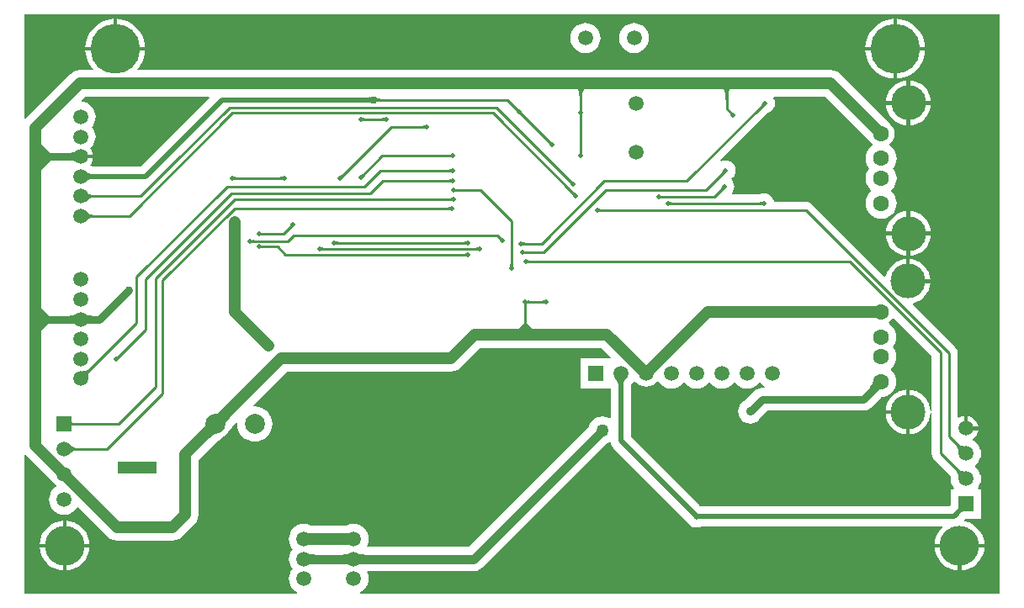
<source format=gbl>
G04 Layer_Physical_Order=2*
G04 Layer_Color=16711680*
%FSLAX25Y25*%
%MOIN*%
G70*
G01*
G75*
%ADD32C,0.03500*%
%ADD33C,0.03000*%
%ADD34C,0.04500*%
%ADD35C,0.01000*%
%ADD36C,0.02000*%
%ADD37C,0.05906*%
%ADD38C,0.13780*%
%ADD39C,0.06299*%
%ADD40R,0.15354X0.04724*%
%ADD41R,0.04724X0.13780*%
%ADD42C,0.07874*%
%ADD43R,0.05906X0.05906*%
%ADD44R,0.05906X0.05906*%
%ADD45C,0.03937*%
%ADD46C,0.15748*%
%ADD47C,0.02000*%
%ADD48C,0.19685*%
%ADD49C,0.03500*%
%ADD50C,0.04000*%
%ADD51C,0.03000*%
%ADD52C,0.05000*%
%ADD53C,0.04500*%
%ADD54C,0.02500*%
G36*
X-13464Y21300D02*
X-13507Y21338D01*
X-13557Y21372D01*
X-13614Y21402D01*
X-13679Y21428D01*
X-13750Y21450D01*
X-13829Y21468D01*
X-13915Y21482D01*
X-14008Y21492D01*
X-14216Y21500D01*
Y22500D01*
X-14108Y22502D01*
X-13915Y22518D01*
X-13829Y22532D01*
X-13750Y22550D01*
X-13679Y22572D01*
X-13614Y22598D01*
X-13557Y22628D01*
X-13507Y22662D01*
X-13464Y22700D01*
Y21300D01*
D02*
G37*
G36*
X-75493Y22662D02*
X-75443Y22628D01*
X-75386Y22598D01*
X-75322Y22572D01*
X-75250Y22550D01*
X-75171Y22532D01*
X-75085Y22518D01*
X-74992Y22508D01*
X-74784Y22500D01*
Y21500D01*
X-74892Y21498D01*
X-75085Y21482D01*
X-75171Y21468D01*
X-75250Y21450D01*
X-75322Y21428D01*
X-75386Y21402D01*
X-75443Y21372D01*
X-75493Y21338D01*
X-75536Y21300D01*
Y22700D01*
X-75493Y22662D01*
D02*
G37*
G36*
X-99493Y23412D02*
X-99443Y23378D01*
X-99386Y23348D01*
X-99322Y23322D01*
X-99250Y23300D01*
X-99171Y23282D01*
X-99085Y23268D01*
X-98992Y23258D01*
X-98784Y23250D01*
Y22250D01*
X-98892Y22248D01*
X-99085Y22232D01*
X-99171Y22218D01*
X-99250Y22200D01*
X-99322Y22178D01*
X-99386Y22152D01*
X-99443Y22122D01*
X-99493Y22088D01*
X-99536Y22050D01*
Y23450D01*
X-99493Y23412D01*
D02*
G37*
G36*
X-69743Y24912D02*
X-69693Y24878D01*
X-69636Y24848D01*
X-69572Y24822D01*
X-69500Y24800D01*
X-69421Y24782D01*
X-69335Y24768D01*
X-69242Y24758D01*
X-69034Y24750D01*
Y23750D01*
X-69142Y23748D01*
X-69335Y23732D01*
X-69421Y23718D01*
X-69500Y23700D01*
X-69572Y23678D01*
X-69636Y23652D01*
X-69693Y23622D01*
X-69743Y23588D01*
X-69786Y23550D01*
Y24950D01*
X-69743Y24912D01*
D02*
G37*
G36*
X4257Y24662D02*
X4307Y24628D01*
X4364Y24598D01*
X4428Y24572D01*
X4500Y24550D01*
X4579Y24532D01*
X4665Y24518D01*
X4758Y24508D01*
X4966Y24500D01*
Y23500D01*
X4858Y23498D01*
X4665Y23482D01*
X4579Y23468D01*
X4500Y23450D01*
X4428Y23428D01*
X4364Y23402D01*
X4307Y23372D01*
X4257Y23338D01*
X4214Y23300D01*
Y24700D01*
X4257Y24662D01*
D02*
G37*
G36*
X5007Y21162D02*
X5057Y21128D01*
X5114Y21098D01*
X5178Y21072D01*
X5250Y21050D01*
X5329Y21032D01*
X5415Y21018D01*
X5508Y21008D01*
X5716Y21000D01*
Y20000D01*
X5608Y19998D01*
X5415Y19982D01*
X5329Y19968D01*
X5250Y19950D01*
X5178Y19928D01*
X5114Y19902D01*
X5057Y19872D01*
X5007Y19838D01*
X4964Y19800D01*
Y21200D01*
X5007Y21162D01*
D02*
G37*
G36*
X12786Y300D02*
X12743Y338D01*
X12693Y372D01*
X12636Y402D01*
X12572Y428D01*
X12500Y450D01*
X12421Y468D01*
X12335Y482D01*
X12242Y492D01*
X12034Y500D01*
Y1500D01*
X12141Y1502D01*
X12335Y1518D01*
X12421Y1532D01*
X12500Y1550D01*
X12572Y1572D01*
X12636Y1598D01*
X12693Y1628D01*
X12743Y1662D01*
X12786Y1700D01*
Y300D01*
D02*
G37*
G36*
X6007Y1662D02*
X6057Y1628D01*
X6114Y1598D01*
X6179Y1572D01*
X6250Y1550D01*
X6329Y1532D01*
X6415Y1518D01*
X6508Y1508D01*
X6716Y1500D01*
Y500D01*
X6609Y498D01*
X6415Y482D01*
X6329Y468D01*
X6250Y450D01*
X6179Y428D01*
X6114Y402D01*
X6057Y372D01*
X6007Y338D01*
X5964Y300D01*
Y1700D01*
X6007Y1662D01*
D02*
G37*
G36*
X252Y15608D02*
X268Y15415D01*
X282Y15329D01*
X300Y15250D01*
X322Y15179D01*
X348Y15114D01*
X378Y15057D01*
X412Y15007D01*
X450Y14964D01*
X-950D01*
X-912Y15007D01*
X-878Y15057D01*
X-848Y15114D01*
X-822Y15179D01*
X-800Y15250D01*
X-782Y15329D01*
X-768Y15415D01*
X-758Y15508D01*
X-750Y15716D01*
X250D01*
X252Y15608D01*
D02*
G37*
G36*
X-18214Y18800D02*
X-18257Y18838D01*
X-18307Y18872D01*
X-18364Y18902D01*
X-18428Y18928D01*
X-18500Y18950D01*
X-18579Y18968D01*
X-18665Y18982D01*
X-18758Y18992D01*
X-18966Y19000D01*
Y20000D01*
X-18858Y20002D01*
X-18665Y20018D01*
X-18579Y20032D01*
X-18500Y20050D01*
X-18428Y20072D01*
X-18364Y20098D01*
X-18307Y20128D01*
X-18257Y20162D01*
X-18214Y20200D01*
Y18800D01*
D02*
G37*
G36*
X6257Y17412D02*
X6307Y17378D01*
X6364Y17348D01*
X6429Y17322D01*
X6500Y17300D01*
X6579Y17282D01*
X6665Y17268D01*
X6758Y17258D01*
X6966Y17250D01*
Y16250D01*
X6859Y16248D01*
X6665Y16232D01*
X6579Y16218D01*
X6500Y16200D01*
X6429Y16178D01*
X6364Y16152D01*
X6307Y16122D01*
X6257Y16088D01*
X6214Y16050D01*
Y17450D01*
X6257Y17412D01*
D02*
G37*
G36*
X34507Y37835D02*
X34557Y37801D01*
X34614Y37771D01*
X34679Y37745D01*
X34750Y37723D01*
X34829Y37705D01*
X34915Y37691D01*
X35008Y37681D01*
X35216Y37673D01*
Y36673D01*
X35108Y36671D01*
X34915Y36655D01*
X34829Y36641D01*
X34750Y36623D01*
X34679Y36601D01*
X34614Y36575D01*
X34557Y36545D01*
X34507Y36511D01*
X34464Y36473D01*
Y37873D01*
X34507Y37835D01*
D02*
G37*
G36*
X193220Y-114720D02*
X-60063D01*
X-60188Y-114220D01*
X-59492Y-113847D01*
X-58585Y-113104D01*
X-57841Y-112197D01*
X-57289Y-111163D01*
X-56948Y-110041D01*
X-56833Y-108874D01*
X-56948Y-107707D01*
X-57289Y-106585D01*
X-57484Y-106220D01*
X-57227Y-105791D01*
X-15250D01*
X-14010Y-105628D01*
X-12855Y-105149D01*
X-11862Y-104388D01*
X37117Y-55409D01*
X37139Y-55406D01*
X38476Y-54852D01*
X38596Y-54760D01*
X39058Y-54951D01*
X39103Y-55294D01*
X39506Y-56267D01*
X40147Y-57103D01*
X69182Y-86137D01*
X69288Y-86393D01*
X69969Y-87281D01*
X70857Y-87962D01*
X71890Y-88391D01*
X73000Y-88537D01*
X74110Y-88391D01*
X74969Y-88034D01*
X170345D01*
X170513Y-88505D01*
X170234Y-88734D01*
X169000Y-90238D01*
X168084Y-91953D01*
X167519Y-93814D01*
X167402Y-95000D01*
X187098D01*
X186981Y-93814D01*
X186416Y-91953D01*
X185500Y-90238D01*
X184266Y-88734D01*
X182762Y-87500D01*
X181047Y-86584D01*
X179346Y-86067D01*
X179234Y-85881D01*
X179192Y-85715D01*
X179196Y-85541D01*
X179572Y-85208D01*
X179638Y-85217D01*
X179743Y-85203D01*
X185703D01*
Y-73297D01*
X184714D01*
X184500Y-72845D01*
X184723Y-72573D01*
X185276Y-71539D01*
X185617Y-70417D01*
X185731Y-69250D01*
X185617Y-68083D01*
X185276Y-66961D01*
X184723Y-65927D01*
X183980Y-65020D01*
X183435Y-64573D01*
Y-63927D01*
X183980Y-63480D01*
X184723Y-62573D01*
X185276Y-61539D01*
X185617Y-60417D01*
X185731Y-59250D01*
X185617Y-58083D01*
X185276Y-56961D01*
X184723Y-55927D01*
X183980Y-55020D01*
X183073Y-54277D01*
X182521Y-53981D01*
X182484Y-53395D01*
X183282Y-52782D01*
X184076Y-51748D01*
X184575Y-50543D01*
X184647Y-50000D01*
X179750D01*
Y-49250D01*
X179000D01*
Y-44353D01*
X178457Y-44425D01*
X177252Y-44924D01*
X176979Y-45134D01*
X176530Y-44913D01*
Y-19500D01*
X176410Y-18586D01*
X176057Y-17735D01*
X175496Y-17004D01*
X158682Y-189D01*
X158833Y366D01*
X160245Y794D01*
X161790Y1620D01*
X163143Y2731D01*
X164254Y4084D01*
X165080Y5629D01*
X165588Y7305D01*
X165686Y8297D01*
X156827D01*
Y9047D01*
X156077D01*
Y17906D01*
X155084Y17808D01*
X153408Y17300D01*
X151864Y16475D01*
X150510Y15364D01*
X149399Y14010D01*
X148574Y12466D01*
X148146Y11054D01*
X147590Y10902D01*
X118823Y39669D01*
X118092Y40231D01*
X117241Y40583D01*
X116327Y40703D01*
X103689D01*
X103643Y41048D01*
X103240Y42021D01*
X102599Y42857D01*
X101763Y43498D01*
X100790Y43901D01*
X99746Y44039D01*
X98702Y43901D01*
X97816Y43534D01*
X87396D01*
X87150Y44034D01*
X87494Y44483D01*
X87897Y45456D01*
X88034Y46500D01*
X87897Y47544D01*
X87494Y48517D01*
X86959Y49215D01*
X86944Y49834D01*
X87353Y50147D01*
X87994Y50983D01*
X88397Y51956D01*
X88534Y53000D01*
X88397Y54044D01*
X87994Y55017D01*
X87353Y55853D01*
X86517Y56494D01*
X85544Y56897D01*
X84500Y57034D01*
X83456Y56897D01*
X82843Y56643D01*
X82559Y57067D01*
X101248Y75755D01*
X102133Y76122D01*
X102969Y76763D01*
X103610Y77599D01*
X104013Y78572D01*
X104151Y79616D01*
X104013Y80660D01*
X103610Y81633D01*
X103516Y81756D01*
X103737Y82205D01*
X124047D01*
X142429Y63823D01*
X142928Y63439D01*
X142887Y62941D01*
X142740Y62862D01*
X141804Y62094D01*
X141035Y61158D01*
X140464Y60089D01*
X140113Y58930D01*
X139994Y57724D01*
X140113Y56519D01*
X140464Y55360D01*
X141035Y54291D01*
X141449Y53787D01*
X141035Y53284D01*
X140464Y52215D01*
X140113Y51056D01*
X139994Y49850D01*
X140113Y48645D01*
X140464Y47486D01*
X141035Y46417D01*
X141804Y45481D01*
X142172Y45179D01*
Y44679D01*
X141804Y44377D01*
X141035Y43441D01*
X140464Y42373D01*
X140113Y41213D01*
X139994Y40008D01*
X140113Y38802D01*
X140464Y37643D01*
X141035Y36575D01*
X141804Y35638D01*
X142740Y34870D01*
X143808Y34299D01*
X144968Y33947D01*
X146173Y33828D01*
X147379Y33947D01*
X148538Y34299D01*
X149606Y34870D01*
X150543Y35638D01*
X151311Y36575D01*
X151882Y37643D01*
X152234Y38802D01*
X152353Y40008D01*
X152234Y41213D01*
X151882Y42373D01*
X151311Y43441D01*
X150543Y44377D01*
X150175Y44679D01*
Y45179D01*
X150543Y45481D01*
X151311Y46417D01*
X151882Y47486D01*
X152234Y48645D01*
X152353Y49850D01*
X152234Y51056D01*
X151882Y52215D01*
X151311Y53284D01*
X150898Y53787D01*
X151311Y54291D01*
X151882Y55360D01*
X152234Y56519D01*
X152353Y57724D01*
X152234Y58930D01*
X151882Y60089D01*
X151311Y61158D01*
X150543Y62094D01*
X149606Y62862D01*
X149459Y62941D01*
X149418Y63439D01*
X149918Y63823D01*
X150759Y64919D01*
X151288Y66196D01*
X151469Y67567D01*
X151288Y68937D01*
X150759Y70215D01*
X149918Y71311D01*
X129984Y91244D01*
X128888Y92086D01*
X127611Y92615D01*
X126240Y92795D01*
X-148240D01*
X-148470Y93295D01*
X-147640Y94268D01*
X-146666Y95857D01*
X-145952Y97579D01*
X-145517Y99392D01*
X-145430Y100500D01*
X-169070D01*
X-168983Y99392D01*
X-168548Y97579D01*
X-167834Y95857D01*
X-166860Y94268D01*
X-166030Y93295D01*
X-166261Y92795D01*
X-171250D01*
X-172620Y92615D01*
X-173898Y92086D01*
X-174994Y91244D01*
X-192720Y73519D01*
X-192854Y73528D01*
X-193220Y73652D01*
Y114720D01*
X193220D01*
Y-114720D01*
D02*
G37*
G36*
X-24464Y37300D02*
X-24507Y37338D01*
X-24557Y37372D01*
X-24614Y37402D01*
X-24678Y37428D01*
X-24750Y37450D01*
X-24829Y37468D01*
X-24915Y37482D01*
X-25008Y37492D01*
X-25216Y37500D01*
Y38500D01*
X-25108Y38502D01*
X-24915Y38518D01*
X-24829Y38532D01*
X-24750Y38550D01*
X-24678Y38572D01*
X-24614Y38598D01*
X-24557Y38628D01*
X-24507Y38662D01*
X-24464Y38700D01*
Y37300D01*
D02*
G37*
G36*
X99032Y39304D02*
X98989Y39342D01*
X98939Y39376D01*
X98882Y39406D01*
X98817Y39432D01*
X98746Y39454D01*
X98667Y39472D01*
X98581Y39486D01*
X98488Y39496D01*
X98280Y39504D01*
Y40504D01*
X98388Y40506D01*
X98581Y40522D01*
X98667Y40536D01*
X98746Y40554D01*
X98817Y40576D01*
X98882Y40602D01*
X98939Y40632D01*
X98989Y40666D01*
X99032Y40704D01*
Y39304D01*
D02*
G37*
G36*
X62503Y40666D02*
X62553Y40632D01*
X62610Y40602D01*
X62675Y40576D01*
X62746Y40554D01*
X62825Y40536D01*
X62911Y40522D01*
X63004Y40512D01*
X63212Y40504D01*
Y39504D01*
X63104Y39502D01*
X62911Y39486D01*
X62825Y39472D01*
X62746Y39454D01*
X62675Y39432D01*
X62610Y39406D01*
X62553Y39376D01*
X62503Y39342D01*
X62460Y39304D01*
Y40704D01*
X62503Y40666D01*
D02*
G37*
G36*
X-168589Y36647D02*
X-168015Y36146D01*
X-167742Y35942D01*
X-167480Y35770D01*
X-167228Y35629D01*
X-166985Y35519D01*
X-166753Y35441D01*
X-166531Y35394D01*
X-166318Y35378D01*
Y34378D01*
X-166531Y34362D01*
X-166753Y34315D01*
X-166985Y34237D01*
X-167228Y34127D01*
X-167480Y33986D01*
X-167742Y33814D01*
X-168015Y33610D01*
X-168589Y33109D01*
X-168891Y32811D01*
Y36945D01*
X-168589Y36647D01*
D02*
G37*
G36*
X-102993Y25662D02*
X-102943Y25628D01*
X-102886Y25598D01*
X-102822Y25572D01*
X-102750Y25550D01*
X-102671Y25532D01*
X-102585Y25518D01*
X-102492Y25508D01*
X-102284Y25500D01*
Y24500D01*
X-102392Y24498D01*
X-102585Y24482D01*
X-102671Y24468D01*
X-102750Y24450D01*
X-102822Y24428D01*
X-102886Y24402D01*
X-102943Y24372D01*
X-102993Y24338D01*
X-103036Y24300D01*
Y25700D01*
X-102993Y25662D01*
D02*
G37*
G36*
X-18214Y23550D02*
X-18257Y23588D01*
X-18307Y23622D01*
X-18364Y23652D01*
X-18428Y23678D01*
X-18500Y23700D01*
X-18579Y23718D01*
X-18665Y23732D01*
X-18758Y23742D01*
X-18966Y23750D01*
Y24750D01*
X-18858Y24752D01*
X-18665Y24768D01*
X-18579Y24782D01*
X-18500Y24800D01*
X-18428Y24822D01*
X-18364Y24848D01*
X-18307Y24878D01*
X-18257Y24912D01*
X-18214Y24950D01*
Y23550D01*
D02*
G37*
G36*
X-4356Y26566D02*
X-4207Y26440D01*
X-4137Y26389D01*
X-4068Y26346D01*
X-4002Y26311D01*
X-3938Y26284D01*
X-3876Y26265D01*
X-3817Y26253D01*
X-3760Y26250D01*
X-4750Y25260D01*
X-4753Y25317D01*
X-4765Y25376D01*
X-4784Y25438D01*
X-4811Y25502D01*
X-4846Y25568D01*
X-4889Y25637D01*
X-4940Y25707D01*
X-4999Y25780D01*
X-5140Y25933D01*
X-4433Y26640D01*
X-4356Y26566D01*
D02*
G37*
G36*
X-86760Y30500D02*
X-86817Y30497D01*
X-86876Y30485D01*
X-86938Y30466D01*
X-87002Y30439D01*
X-87068Y30404D01*
X-87137Y30361D01*
X-87207Y30310D01*
X-87280Y30251D01*
X-87433Y30110D01*
X-88140Y30817D01*
X-88065Y30894D01*
X-87940Y31043D01*
X-87889Y31113D01*
X-87846Y31182D01*
X-87811Y31248D01*
X-87784Y31312D01*
X-87765Y31374D01*
X-87753Y31433D01*
X-87750Y31490D01*
X-86760Y30500D01*
D02*
G37*
G36*
X-99493Y28412D02*
X-99443Y28378D01*
X-99386Y28348D01*
X-99322Y28322D01*
X-99250Y28300D01*
X-99171Y28282D01*
X-99085Y28268D01*
X-98992Y28258D01*
X-98784Y28250D01*
Y27250D01*
X-98892Y27248D01*
X-99085Y27232D01*
X-99171Y27218D01*
X-99250Y27200D01*
X-99322Y27178D01*
X-99386Y27152D01*
X-99443Y27122D01*
X-99493Y27088D01*
X-99536Y27050D01*
Y28450D01*
X-99493Y28412D01*
D02*
G37*
G36*
X5912Y243D02*
X5878Y193D01*
X5848Y136D01*
X5822Y71D01*
X5800Y-0D01*
X5782Y-79D01*
X5768Y-165D01*
X5758Y-258D01*
X5750Y-466D01*
X4750D01*
X4748Y-358D01*
X4732Y-165D01*
X4718Y-79D01*
X4700Y-0D01*
X4678Y71D01*
X4652Y136D01*
X4622Y193D01*
X4588Y243D01*
X4550Y286D01*
X5950D01*
X5912Y243D01*
D02*
G37*
G36*
X-175089Y-55731D02*
X-174515Y-56232D01*
X-174242Y-56436D01*
X-173980Y-56608D01*
X-173728Y-56749D01*
X-173485Y-56859D01*
X-173253Y-56937D01*
X-173031Y-56984D01*
X-172818Y-57000D01*
Y-58000D01*
X-173031Y-58016D01*
X-173253Y-58063D01*
X-173485Y-58141D01*
X-173728Y-58251D01*
X-173980Y-58392D01*
X-174242Y-58564D01*
X-174515Y-58768D01*
X-175089Y-59269D01*
X-175391Y-59567D01*
Y-55433D01*
X-175089Y-55731D01*
D02*
G37*
G36*
X-127252Y-67843D02*
X-131953D01*
X-131933Y-67798D01*
X-131916Y-67663D01*
X-131902Y-67438D01*
X-131852Y-63343D01*
X-127352D01*
X-127252Y-67843D01*
D02*
G37*
G36*
X176954Y-55725D02*
X177145Y-55849D01*
X177365Y-55958D01*
X177613Y-56052D01*
X177892Y-56130D01*
X178199Y-56194D01*
X178535Y-56243D01*
X179296Y-56294D01*
X179720Y-56297D01*
X176797Y-59220D01*
X176794Y-58796D01*
X176743Y-58035D01*
X176694Y-57699D01*
X176630Y-57392D01*
X176552Y-57113D01*
X176458Y-56865D01*
X176349Y-56645D01*
X176225Y-56454D01*
X176086Y-56293D01*
X176793Y-55586D01*
X176954Y-55725D01*
D02*
G37*
G36*
X-174561Y-46595D02*
X-174531Y-46680D01*
X-174480Y-46755D01*
X-174409Y-46820D01*
X-174318Y-46875D01*
X-174207Y-46920D01*
X-174075Y-46955D01*
X-173924Y-46980D01*
X-173751Y-46995D01*
X-173559Y-47000D01*
Y-48000D01*
X-173751Y-48005D01*
X-173924Y-48020D01*
X-174075Y-48045D01*
X-174207Y-48080D01*
X-174318Y-48125D01*
X-174409Y-48180D01*
X-174480Y-48245D01*
X-174531Y-48320D01*
X-174561Y-48405D01*
X-174571Y-48500D01*
Y-46500D01*
X-174561Y-46595D01*
D02*
G37*
G36*
X-117539Y-51437D02*
X-117690Y-51452D01*
X-117859Y-51499D01*
X-118046Y-51579D01*
X-118251Y-51691D01*
X-118475Y-51836D01*
X-118716Y-52013D01*
X-119254Y-52464D01*
X-119864Y-53046D01*
X-123046Y-49864D01*
X-122739Y-49550D01*
X-122013Y-48716D01*
X-121835Y-48475D01*
X-121691Y-48251D01*
X-121579Y-48046D01*
X-121499Y-47859D01*
X-121452Y-47690D01*
X-121437Y-47539D01*
X-117539Y-51437D01*
D02*
G37*
G36*
X176954Y-65725D02*
X177145Y-65849D01*
X177365Y-65958D01*
X177613Y-66052D01*
X177892Y-66131D01*
X178199Y-66194D01*
X178535Y-66243D01*
X179296Y-66294D01*
X179720Y-66297D01*
X176797Y-69221D01*
X176794Y-68796D01*
X176743Y-68036D01*
X176694Y-67699D01*
X176630Y-67392D01*
X176552Y-67114D01*
X176458Y-66865D01*
X176349Y-66645D01*
X176225Y-66454D01*
X176086Y-66293D01*
X176793Y-65586D01*
X176954Y-65725D01*
D02*
G37*
G36*
X-64924Y-103067D02*
X-65000Y-103007D01*
X-65105Y-102953D01*
X-65238Y-102905D01*
X-65399Y-102864D01*
X-65589Y-102829D01*
X-66054Y-102778D01*
X-66633Y-102753D01*
X-66965Y-102750D01*
Y-99250D01*
X-66633Y-99247D01*
X-65589Y-99171D01*
X-65399Y-99136D01*
X-65238Y-99095D01*
X-65105Y-99047D01*
X-65000Y-98993D01*
X-64924Y-98933D01*
Y-103067D01*
D02*
G37*
G36*
X-80315Y-98993D02*
X-80210Y-99047D01*
X-80077Y-99095D01*
X-79916Y-99136D01*
X-79726Y-99171D01*
X-79261Y-99221D01*
X-78682Y-99247D01*
X-78350Y-99250D01*
Y-102750D01*
X-78682Y-102753D01*
X-79726Y-102829D01*
X-79916Y-102864D01*
X-80077Y-102905D01*
X-80210Y-102953D01*
X-80315Y-103007D01*
X-80391Y-103067D01*
Y-98933D01*
X-80315Y-98993D01*
D02*
G37*
G36*
X-60630D02*
X-60525Y-99047D01*
X-60392Y-99095D01*
X-60231Y-99136D01*
X-60041Y-99171D01*
X-59576Y-99221D01*
X-58997Y-99247D01*
X-58665Y-99250D01*
Y-102750D01*
X-58997Y-102753D01*
X-60041Y-102829D01*
X-60231Y-102864D01*
X-60392Y-102905D01*
X-60525Y-102953D01*
X-60630Y-103007D01*
X-60706Y-103067D01*
Y-98933D01*
X-60630Y-98993D01*
D02*
G37*
G36*
X179638Y-82191D02*
X179482Y-82078D01*
X179298Y-82021D01*
X179086D01*
X178846Y-82078D01*
X178577Y-82191D01*
X178280Y-82361D01*
X177955Y-82587D01*
X177601Y-82870D01*
X176809Y-83605D01*
X175395Y-82191D01*
X175791Y-81781D01*
X176413Y-81045D01*
X176639Y-80720D01*
X176809Y-80423D01*
X176922Y-80154D01*
X176979Y-79914D01*
Y-79702D01*
X176922Y-79518D01*
X176809Y-79362D01*
X179638Y-82191D01*
D02*
G37*
G36*
X-140790Y-86169D02*
X-140655Y-86186D01*
X-140430Y-86201D01*
X-136335Y-86250D01*
Y-90750D01*
X-140835Y-90850D01*
Y-86150D01*
X-140790Y-86169D01*
D02*
G37*
G36*
X8000Y-9750D02*
X8250D01*
Y-11500D01*
X2500D01*
Y-9750D01*
X4750Y-7500D01*
X5750D01*
X8000Y-9750D01*
D02*
G37*
G36*
X-155362Y-21065D02*
X-155436Y-21142D01*
X-155562Y-21291D01*
X-155613Y-21361D01*
X-155656Y-21430D01*
X-155691Y-21496D01*
X-155718Y-21560D01*
X-155737Y-21621D01*
X-155749Y-21681D01*
X-155752Y-21738D01*
X-156742Y-20748D01*
X-156685Y-20745D01*
X-156625Y-20733D01*
X-156564Y-20714D01*
X-156500Y-20687D01*
X-156434Y-20652D01*
X-156365Y-20609D01*
X-156295Y-20558D01*
X-156222Y-20499D01*
X-156069Y-20358D01*
X-155362Y-21065D01*
D02*
G37*
G36*
X-183500Y-4500D02*
Y-7500D01*
X-186750Y-10750D01*
X-190500D01*
Y-1250D01*
X-186750D01*
X-183500Y-4500D01*
D02*
G37*
G36*
X-168769Y-4041D02*
X-168625Y-4137D01*
X-168459Y-4222D01*
X-168272Y-4296D01*
X-168062Y-4358D01*
X-167830Y-4409D01*
X-167577Y-4449D01*
X-167301Y-4477D01*
X-166685Y-4500D01*
Y-7500D01*
X-167004Y-7506D01*
X-167577Y-7551D01*
X-167830Y-7591D01*
X-168062Y-7642D01*
X-168272Y-7704D01*
X-168459Y-7778D01*
X-168625Y-7863D01*
X-168769Y-7959D01*
X-168891Y-8067D01*
Y-3933D01*
X-168769Y-4041D01*
D02*
G37*
G36*
X-173109Y-8067D02*
X-173231Y-7959D01*
X-173375Y-7863D01*
X-173541Y-7778D01*
X-173728Y-7704D01*
X-173938Y-7642D01*
X-174170Y-7591D01*
X-174423Y-7551D01*
X-174699Y-7523D01*
X-175315Y-7500D01*
Y-4500D01*
X-174996Y-4494D01*
X-174423Y-4449D01*
X-174170Y-4409D01*
X-173938Y-4358D01*
X-173728Y-4296D01*
X-173541Y-4222D01*
X-173375Y-4137D01*
X-173231Y-4041D01*
X-173109Y-3933D01*
Y-8067D01*
D02*
G37*
G36*
X-167336Y-26665D02*
X-167475Y-26826D01*
X-167599Y-27017D01*
X-167708Y-27237D01*
X-167802Y-27485D01*
X-167880Y-27764D01*
X-167944Y-28071D01*
X-167993Y-28408D01*
X-168044Y-29168D01*
X-168047Y-29592D01*
X-170970Y-26669D01*
X-170546Y-26666D01*
X-169785Y-26615D01*
X-169449Y-26566D01*
X-169142Y-26503D01*
X-168863Y-26424D01*
X-168614Y-26330D01*
X-168395Y-26221D01*
X-168204Y-26097D01*
X-168043Y-25958D01*
X-167336Y-26665D01*
D02*
G37*
G36*
X166220Y-20712D02*
Y-42296D01*
X165720Y-42321D01*
X165588Y-40982D01*
X165080Y-39306D01*
X164254Y-37762D01*
X163143Y-36408D01*
X161790Y-35297D01*
X160245Y-34472D01*
X158570Y-33963D01*
X157577Y-33865D01*
Y-42724D01*
Y-51583D01*
X158570Y-51486D01*
X160245Y-50977D01*
X161790Y-50152D01*
X163143Y-49041D01*
X164254Y-47687D01*
X165080Y-46143D01*
X165588Y-44467D01*
X165720Y-43128D01*
X166220Y-43152D01*
Y-59250D01*
X166340Y-60164D01*
X166693Y-61015D01*
X167254Y-61746D01*
X173708Y-68200D01*
X173712Y-68222D01*
X173731Y-68354D01*
X173769Y-68910D01*
X173771Y-69220D01*
X173768Y-69250D01*
X173883Y-70417D01*
X174224Y-71539D01*
X174776Y-72573D01*
X175000Y-72845D01*
X174786Y-73297D01*
X173797D01*
Y-79257D01*
X173783Y-79362D01*
X173795Y-79454D01*
X173552Y-79742D01*
X173329Y-79966D01*
X74421D01*
X47034Y-52579D01*
Y-31978D01*
X47035Y-31974D01*
X47038Y-31964D01*
X47042Y-31954D01*
X47049Y-31939D01*
X47064Y-31915D01*
X47089Y-31880D01*
X47129Y-31831D01*
X47211Y-31745D01*
X47230Y-31730D01*
X47254Y-31699D01*
X47257Y-31697D01*
X47260Y-31692D01*
X47973Y-30823D01*
X48076Y-30632D01*
X48570Y-30559D01*
X49256Y-31244D01*
X50352Y-32086D01*
X51630Y-32615D01*
X53000Y-32795D01*
X54370Y-32615D01*
X55648Y-32086D01*
X56744Y-31244D01*
X57430Y-30559D01*
X57924Y-30632D01*
X58026Y-30823D01*
X58770Y-31730D01*
X59677Y-32473D01*
X60711Y-33026D01*
X61833Y-33367D01*
X63000Y-33481D01*
X64167Y-33367D01*
X65289Y-33026D01*
X66323Y-32473D01*
X67230Y-31730D01*
X67677Y-31185D01*
X68323D01*
X68770Y-31730D01*
X69677Y-32473D01*
X70711Y-33026D01*
X71833Y-33367D01*
X73000Y-33481D01*
X74167Y-33367D01*
X75289Y-33026D01*
X76323Y-32473D01*
X77230Y-31730D01*
X77677Y-31185D01*
X78323D01*
X78770Y-31730D01*
X79677Y-32473D01*
X80711Y-33026D01*
X81833Y-33367D01*
X83000Y-33481D01*
X84167Y-33367D01*
X85289Y-33026D01*
X86323Y-32473D01*
X87230Y-31730D01*
X87677Y-31185D01*
X88323D01*
X88770Y-31730D01*
X89677Y-32473D01*
X90711Y-33026D01*
X91833Y-33367D01*
X93000Y-33481D01*
X94167Y-33367D01*
X95289Y-33026D01*
X96323Y-32473D01*
X97230Y-31730D01*
X97677Y-31185D01*
X98323D01*
X98770Y-31730D01*
X99677Y-32473D01*
X100121Y-32711D01*
X99996Y-33211D01*
X99114D01*
X97939Y-33366D01*
X96845Y-33819D01*
X95905Y-34541D01*
X92126Y-38319D01*
X91912Y-38408D01*
X90919Y-39169D01*
X90158Y-40162D01*
X89679Y-41317D01*
X89516Y-42557D01*
X89679Y-43797D01*
X90158Y-44953D01*
X90919Y-45945D01*
X91912Y-46706D01*
X93067Y-47185D01*
X94307Y-47348D01*
X95547Y-47185D01*
X96703Y-46706D01*
X97695Y-45945D01*
X98456Y-44953D01*
X98545Y-44738D01*
X100994Y-42289D01*
X138967D01*
X140141Y-42134D01*
X141236Y-41681D01*
X142176Y-40959D01*
X146140Y-36995D01*
X146174Y-36966D01*
X146272Y-36889D01*
X146305Y-36866D01*
X147205Y-36777D01*
X148365Y-36426D01*
X149433Y-35855D01*
X150370Y-35086D01*
X151138Y-34150D01*
X151709Y-33081D01*
X152061Y-31922D01*
X152179Y-30716D01*
X152061Y-29511D01*
X151709Y-28352D01*
X151138Y-27283D01*
X150370Y-26347D01*
X150002Y-26045D01*
Y-25545D01*
X150370Y-25243D01*
X151138Y-24307D01*
X151709Y-23239D01*
X152061Y-22080D01*
X152179Y-20874D01*
X152061Y-19669D01*
X151709Y-18509D01*
X151138Y-17441D01*
X150724Y-16937D01*
X151138Y-16433D01*
X151709Y-15365D01*
X152061Y-14206D01*
X152179Y-13000D01*
X152061Y-11795D01*
X151709Y-10635D01*
X151138Y-9567D01*
X150370Y-8630D01*
X149433Y-7862D01*
X149286Y-7783D01*
X149245Y-7285D01*
X149744Y-6902D01*
X150586Y-5805D01*
X150627Y-5707D01*
X151117Y-5609D01*
X166220Y-20712D01*
D02*
G37*
G36*
X-111954Y-45136D02*
X-112261Y-45450D01*
X-112987Y-46284D01*
X-113164Y-46525D01*
X-113309Y-46749D01*
X-113421Y-46954D01*
X-113501Y-47141D01*
X-113548Y-47310D01*
X-113563Y-47461D01*
X-117461Y-43563D01*
X-117310Y-43548D01*
X-117141Y-43501D01*
X-116954Y-43421D01*
X-116749Y-43309D01*
X-116525Y-43165D01*
X-116284Y-42987D01*
X-115746Y-42536D01*
X-115136Y-41954D01*
X-111954Y-45136D01*
D02*
G37*
G36*
X39133Y-21122D02*
X38851Y-21547D01*
X27047D01*
Y-33453D01*
X38953D01*
X38965Y-33948D01*
Y-45053D01*
X38517Y-45274D01*
X38476Y-45243D01*
X37139Y-44689D01*
X35703Y-44500D01*
X34267Y-44689D01*
X32929Y-45243D01*
X31780Y-46125D01*
X30898Y-47273D01*
X30344Y-48612D01*
X30342Y-48633D01*
X-17234Y-96209D01*
X-57227D01*
X-57484Y-95780D01*
X-57289Y-95415D01*
X-56948Y-94293D01*
X-56833Y-93126D01*
X-56948Y-91959D01*
X-57289Y-90837D01*
X-57841Y-89803D01*
X-58585Y-88896D01*
X-59492Y-88152D01*
X-60526Y-87600D01*
X-61648Y-87259D01*
X-62815Y-87144D01*
X-63982Y-87259D01*
X-65104Y-87600D01*
X-65536Y-87831D01*
X-79779D01*
X-80211Y-87600D01*
X-81333Y-87259D01*
X-82500Y-87144D01*
X-83667Y-87259D01*
X-84789Y-87600D01*
X-85823Y-88152D01*
X-86730Y-88896D01*
X-87473Y-89803D01*
X-88026Y-90837D01*
X-88367Y-91959D01*
X-88482Y-93126D01*
X-88367Y-94293D01*
X-88026Y-95415D01*
X-87473Y-96449D01*
X-86970Y-97063D01*
X-87473Y-97677D01*
X-88026Y-98711D01*
X-88367Y-99833D01*
X-88482Y-101000D01*
X-88367Y-102167D01*
X-88026Y-103289D01*
X-87473Y-104323D01*
X-86970Y-104937D01*
X-87473Y-105551D01*
X-88026Y-106585D01*
X-88367Y-107707D01*
X-88482Y-108874D01*
X-88367Y-110041D01*
X-88026Y-111163D01*
X-87473Y-112197D01*
X-86730Y-113104D01*
X-85823Y-113847D01*
X-85127Y-114220D01*
X-85252Y-114720D01*
X-193220D01*
Y-59903D01*
X-192854Y-59778D01*
X-192720Y-59769D01*
X-181244Y-71244D01*
X-181244Y-71244D01*
X-180559Y-71930D01*
X-180632Y-72424D01*
X-180823Y-72527D01*
X-181730Y-73270D01*
X-182474Y-74177D01*
X-183026Y-75211D01*
X-183367Y-76333D01*
X-183482Y-77500D01*
X-183367Y-78667D01*
X-183026Y-79789D01*
X-182474Y-80823D01*
X-181730Y-81730D01*
X-180823Y-82473D01*
X-179789Y-83026D01*
X-178667Y-83367D01*
X-177500Y-83482D01*
X-176333Y-83367D01*
X-175211Y-83026D01*
X-174177Y-82473D01*
X-173270Y-81730D01*
X-172527Y-80823D01*
X-172424Y-80632D01*
X-171930Y-80559D01*
X-160244Y-92244D01*
X-159148Y-93086D01*
X-157870Y-93615D01*
X-156500Y-93795D01*
X-141501D01*
X-141193Y-93829D01*
X-140835Y-93876D01*
X-140801Y-93872D01*
X-140768Y-93875D01*
X-137173Y-93795D01*
X-134500D01*
X-133130Y-93615D01*
X-131852Y-93086D01*
X-130756Y-92244D01*
X-125858Y-87347D01*
X-125016Y-86250D01*
X-124487Y-84973D01*
X-124307Y-83602D01*
Y-74721D01*
Y-68509D01*
X-124274Y-68201D01*
X-124226Y-67843D01*
X-124231Y-67809D01*
X-124227Y-67775D01*
X-124307Y-64181D01*
Y-61796D01*
X-117214Y-54703D01*
X-116846Y-54394D01*
X-116809Y-54367D01*
X-116756Y-54360D01*
X-116619Y-54303D01*
X-116474Y-54269D01*
X-116255Y-54152D01*
X-116026Y-54057D01*
X-115909Y-53967D01*
X-115777Y-53897D01*
X-115596Y-53727D01*
X-115400Y-53576D01*
X-115309Y-53458D01*
X-115201Y-53357D01*
X-115070Y-53146D01*
X-114919Y-52950D01*
X-114867Y-52824D01*
X-114186Y-52460D01*
X-113282Y-51718D01*
X-112540Y-50814D01*
X-112176Y-50133D01*
X-112050Y-50081D01*
X-111854Y-49930D01*
X-111643Y-49799D01*
X-111541Y-49691D01*
X-111424Y-49600D01*
X-111273Y-49404D01*
X-111103Y-49223D01*
X-111033Y-49092D01*
X-110943Y-48974D01*
X-110848Y-48745D01*
X-110731Y-48526D01*
X-110697Y-48381D01*
X-110640Y-48244D01*
X-110633Y-48191D01*
X-110623Y-48176D01*
X-110185Y-47674D01*
X-109325Y-46813D01*
X-108873Y-47027D01*
X-108919Y-47500D01*
X-108785Y-48860D01*
X-108389Y-50168D01*
X-107745Y-51373D01*
X-106878Y-52429D01*
X-105822Y-53296D01*
X-104616Y-53940D01*
X-103309Y-54337D01*
X-101949Y-54471D01*
X-100589Y-54337D01*
X-99281Y-53940D01*
X-98076Y-53296D01*
X-97020Y-52429D01*
X-96153Y-51373D01*
X-95509Y-50168D01*
X-95112Y-48860D01*
X-94978Y-47500D01*
X-95112Y-46140D01*
X-95509Y-44833D01*
X-96153Y-43627D01*
X-97020Y-42571D01*
X-98076Y-41704D01*
X-99281Y-41060D01*
X-100589Y-40663D01*
X-101949Y-40529D01*
X-102421Y-40576D01*
X-102635Y-40124D01*
X-89307Y-26795D01*
X-24250D01*
X-22880Y-26615D01*
X-21602Y-26086D01*
X-20506Y-25244D01*
X-12557Y-17295D01*
X35307D01*
X39133Y-21122D01*
D02*
G37*
G36*
X44864Y-29821D02*
X44683Y-30041D01*
X44523Y-30268D01*
X44384Y-30501D01*
X44267Y-30742D01*
X44171Y-30990D01*
X44096Y-31244D01*
X44043Y-31506D01*
X44011Y-31774D01*
X44000Y-32050D01*
X42000D01*
X41989Y-31774D01*
X41957Y-31506D01*
X41904Y-31244D01*
X41829Y-30990D01*
X41733Y-30742D01*
X41616Y-30501D01*
X41477Y-30268D01*
X41317Y-30041D01*
X41136Y-29821D01*
X40933Y-29609D01*
X45067D01*
X44864Y-29821D01*
D02*
G37*
G36*
X145968Y-33866D02*
X145769Y-33876D01*
X145565Y-33911D01*
X145356Y-33970D01*
X145142Y-34054D01*
X144924Y-34163D01*
X144702Y-34295D01*
X144475Y-34453D01*
X144243Y-34635D01*
X144007Y-34841D01*
X143766Y-35072D01*
X141645Y-32950D01*
X141876Y-32710D01*
X142264Y-32242D01*
X142421Y-32015D01*
X142554Y-31792D01*
X142662Y-31574D01*
X142746Y-31361D01*
X142806Y-31152D01*
X142840Y-30948D01*
X142850Y-30748D01*
X145968Y-33866D01*
D02*
G37*
G36*
X-168589Y44521D02*
X-168015Y44020D01*
X-167742Y43816D01*
X-167480Y43644D01*
X-167228Y43503D01*
X-166985Y43393D01*
X-166753Y43315D01*
X-166531Y43268D01*
X-166318Y43252D01*
Y42252D01*
X-166531Y42236D01*
X-166753Y42189D01*
X-166985Y42111D01*
X-167228Y42001D01*
X-167480Y41860D01*
X-167742Y41688D01*
X-168015Y41484D01*
X-168589Y40983D01*
X-168891Y40685D01*
Y44819D01*
X-168589Y44521D01*
D02*
G37*
G36*
X-59243Y73912D02*
X-59193Y73878D01*
X-59136Y73848D01*
X-59071Y73822D01*
X-59000Y73800D01*
X-58921Y73782D01*
X-58835Y73768D01*
X-58742Y73758D01*
X-58534Y73750D01*
Y72750D01*
X-58641Y72748D01*
X-58835Y72732D01*
X-58921Y72718D01*
X-59000Y72700D01*
X-59071Y72678D01*
X-59136Y72652D01*
X-59193Y72622D01*
X-59243Y72588D01*
X-59286Y72550D01*
Y73950D01*
X-59243Y73912D01*
D02*
G37*
G36*
X-34464Y69550D02*
X-34507Y69588D01*
X-34557Y69622D01*
X-34614Y69652D01*
X-34679Y69678D01*
X-34750Y69700D01*
X-34829Y69718D01*
X-34915Y69732D01*
X-35008Y69742D01*
X-35216Y69750D01*
Y70750D01*
X-35108Y70752D01*
X-34915Y70768D01*
X-34829Y70782D01*
X-34750Y70800D01*
X-34679Y70822D01*
X-34614Y70848D01*
X-34557Y70878D01*
X-34507Y70912D01*
X-34464Y70950D01*
Y69550D01*
D02*
G37*
G36*
X27912Y74993D02*
X27878Y74943D01*
X27848Y74886D01*
X27822Y74822D01*
X27800Y74750D01*
X27782Y74671D01*
X27768Y74585D01*
X27758Y74492D01*
X27750Y74284D01*
X26750D01*
X26748Y74392D01*
X26732Y74585D01*
X26718Y74671D01*
X26700Y74750D01*
X26678Y74822D01*
X26652Y74886D01*
X26622Y74943D01*
X26588Y74993D01*
X26550Y75036D01*
X27950D01*
X27912Y74993D01*
D02*
G37*
G36*
X-50714Y72550D02*
X-50757Y72588D01*
X-50807Y72622D01*
X-50864Y72652D01*
X-50928Y72678D01*
X-51000Y72700D01*
X-51079Y72718D01*
X-51165Y72732D01*
X-51258Y72742D01*
X-51466Y72750D01*
Y73750D01*
X-51358Y73752D01*
X-51165Y73768D01*
X-51079Y73782D01*
X-51000Y73800D01*
X-50928Y73822D01*
X-50864Y73848D01*
X-50807Y73878D01*
X-50757Y73912D01*
X-50714Y73950D01*
Y72550D01*
D02*
G37*
G36*
X-24387Y58127D02*
X-24430Y58165D01*
X-24480Y58199D01*
X-24537Y58229D01*
X-24602Y58255D01*
X-24673Y58277D01*
X-24752Y58295D01*
X-24838Y58309D01*
X-24931Y58319D01*
X-25139Y58327D01*
Y59327D01*
X-25032Y59329D01*
X-24838Y59345D01*
X-24752Y59359D01*
X-24673Y59377D01*
X-24602Y59399D01*
X-24537Y59425D01*
X-24480Y59455D01*
X-24430Y59489D01*
X-24387Y59527D01*
Y58127D01*
D02*
G37*
G36*
X-173109Y56433D02*
X-173231Y56541D01*
X-173375Y56637D01*
X-173541Y56722D01*
X-173728Y56796D01*
X-173938Y56858D01*
X-174170Y56909D01*
X-174423Y56949D01*
X-174699Y56977D01*
X-175315Y57000D01*
Y60000D01*
X-174996Y60006D01*
X-174423Y60051D01*
X-174170Y60091D01*
X-173938Y60142D01*
X-173728Y60204D01*
X-173541Y60278D01*
X-173375Y60363D01*
X-173231Y60459D01*
X-173109Y60567D01*
Y56433D01*
D02*
G37*
G36*
X15339Y64510D02*
X15487Y64385D01*
X15558Y64334D01*
X15627Y64291D01*
X15693Y64256D01*
X15757Y64229D01*
X15818Y64210D01*
X15878Y64198D01*
X15935Y64195D01*
X14945Y63205D01*
X14942Y63262D01*
X14930Y63321D01*
X14911Y63383D01*
X14884Y63447D01*
X14849Y63513D01*
X14806Y63582D01*
X14755Y63652D01*
X14696Y63725D01*
X14555Y63878D01*
X15262Y64585D01*
X15339Y64510D01*
D02*
G37*
G36*
X27752Y60109D02*
X27768Y59915D01*
X27782Y59829D01*
X27800Y59750D01*
X27822Y59679D01*
X27848Y59614D01*
X27878Y59557D01*
X27912Y59507D01*
X27950Y59464D01*
X26550D01*
X26588Y59507D01*
X26622Y59557D01*
X26652Y59614D01*
X26678Y59679D01*
X26700Y59750D01*
X26718Y59829D01*
X26732Y59915D01*
X26742Y60008D01*
X26750Y60216D01*
X27750D01*
X27752Y60109D01*
D02*
G37*
G36*
X3893Y76183D02*
X3904Y76123D01*
X3924Y76062D01*
X3951Y75998D01*
X3986Y75932D01*
X4029Y75863D01*
X4080Y75793D01*
X4139Y75720D01*
X4280Y75567D01*
X3573Y74860D01*
X3495Y74935D01*
X3347Y75060D01*
X3277Y75111D01*
X3208Y75154D01*
X3142Y75189D01*
X3078Y75216D01*
X3016Y75235D01*
X2957Y75247D01*
X2900Y75250D01*
X3890Y76240D01*
X3893Y76183D01*
D02*
G37*
G36*
X28196Y86319D02*
X28102Y86207D01*
X28019Y86090D01*
X27948Y85971D01*
X27918Y85910D01*
X28842D01*
X28635Y85662D01*
X28449Y85356D01*
X28285Y84992D01*
X28143Y84569D01*
X28023Y84087D01*
X27925Y83548D01*
X27848Y82950D01*
X27761Y81579D01*
X27750Y80806D01*
X26750D01*
X26739Y81579D01*
X26575Y83548D01*
X26477Y84087D01*
X26357Y84569D01*
X26215Y84992D01*
X26051Y85356D01*
X25866Y85662D01*
X25658Y85910D01*
X26582D01*
X26552Y85971D01*
X26480Y86090D01*
X26398Y86207D01*
X26305Y86319D01*
X26200Y86429D01*
X28300D01*
X28196Y86319D01*
D02*
G37*
G36*
X-56071Y79950D02*
X-56090Y79959D01*
X-56125Y79968D01*
X-56177Y79975D01*
X-56332Y79988D01*
X-56847Y80000D01*
X-57018Y80000D01*
Y82000D01*
X-56071Y82050D01*
Y79950D01*
D02*
G37*
G36*
X-53819Y81946D02*
X-53707Y81852D01*
X-53591Y81770D01*
X-53471Y81698D01*
X-53348Y81638D01*
X-53223Y81588D01*
X-53093Y81550D01*
X-52961Y81522D01*
X-52911Y81516D01*
X-52507Y81502D01*
X-52134Y81500D01*
Y80500D01*
X-52507Y80498D01*
X-53032Y80463D01*
X-53093Y80450D01*
X-53223Y80412D01*
X-53348Y80362D01*
X-53471Y80302D01*
X-53591Y80230D01*
X-53707Y80148D01*
X-53819Y80054D01*
X-53929Y79950D01*
Y80404D01*
X-54012Y80398D01*
X-54141Y80367D01*
X-54234Y80332D01*
X-54293Y80292D01*
Y81708D01*
X-54234Y81668D01*
X-54141Y81633D01*
X-54012Y81602D01*
X-53929Y81588D01*
Y82050D01*
X-53819Y81946D01*
D02*
G37*
G36*
X86243Y85910D02*
X86592D01*
X86384Y85662D01*
X86199Y85356D01*
X86035Y84992D01*
X85893Y84569D01*
X85773Y84087D01*
X85675Y83548D01*
X85598Y82950D01*
X85511Y81579D01*
X85500Y80806D01*
X84500D01*
X84489Y81579D01*
X84325Y83548D01*
X84227Y84087D01*
X84107Y84569D01*
X83965Y84992D01*
X83801Y85356D01*
X83615Y85662D01*
X83408Y85910D01*
X83757D01*
X83600Y86072D01*
X86400D01*
X86243Y85910D01*
D02*
G37*
G36*
X2284Y77565D02*
X2432Y77440D01*
X2503Y77389D01*
X2572Y77346D01*
X2638Y77311D01*
X2702Y77284D01*
X2763Y77265D01*
X2823Y77253D01*
X2880Y77250D01*
X1890Y76260D01*
X1886Y76317D01*
X1875Y76376D01*
X1856Y76438D01*
X1829Y76502D01*
X1794Y76568D01*
X1751Y76637D01*
X1700Y76707D01*
X1641Y76780D01*
X1500Y76933D01*
X2207Y77640D01*
X2284Y77565D01*
D02*
G37*
G36*
X86879Y76300D02*
X87027Y76174D01*
X87098Y76123D01*
X87166Y76080D01*
X87232Y76045D01*
X87296Y76018D01*
X87358Y75999D01*
X87417Y75988D01*
X87474Y75984D01*
X86484Y74994D01*
X86481Y75051D01*
X86470Y75111D01*
X86450Y75172D01*
X86423Y75236D01*
X86388Y75302D01*
X86345Y75371D01*
X86294Y75442D01*
X86235Y75515D01*
X86094Y75667D01*
X86801Y76374D01*
X86879Y76300D01*
D02*
G37*
G36*
X100106Y78616D02*
X100049Y78613D01*
X99990Y78601D01*
X99928Y78582D01*
X99864Y78555D01*
X99798Y78520D01*
X99729Y78477D01*
X99659Y78426D01*
X99586Y78367D01*
X99433Y78226D01*
X98726Y78933D01*
X98801Y79011D01*
X98926Y79159D01*
X98977Y79229D01*
X99020Y79298D01*
X99055Y79364D01*
X99082Y79428D01*
X99102Y79490D01*
X99113Y79549D01*
X99116Y79606D01*
X100106Y78616D01*
D02*
G37*
G36*
X27752Y77109D02*
X27768Y76915D01*
X27782Y76829D01*
X27800Y76750D01*
X27822Y76679D01*
X27848Y76614D01*
X27878Y76557D01*
X27912Y76507D01*
X27950Y76464D01*
X26550D01*
X26588Y76507D01*
X26622Y76557D01*
X26652Y76614D01*
X26678Y76679D01*
X26700Y76750D01*
X26718Y76829D01*
X26732Y76915D01*
X26742Y77008D01*
X26750Y77216D01*
X27750D01*
X27752Y77109D01*
D02*
G37*
G36*
X-119963Y81743D02*
X-147045Y54660D01*
X-166522D01*
X-166526Y54661D01*
X-166536Y54664D01*
X-166546Y54668D01*
X-166561Y54675D01*
X-166585Y54690D01*
X-166620Y54715D01*
X-166669Y54755D01*
X-166755Y54837D01*
X-166770Y54856D01*
X-166800Y54880D01*
X-166803Y54883D01*
X-166808Y54886D01*
X-167251Y55250D01*
X-166674Y56002D01*
X-166175Y57207D01*
X-166103Y57750D01*
X-171000D01*
Y59250D01*
X-166103D01*
X-166175Y59793D01*
X-166674Y60998D01*
X-167251Y61750D01*
X-166770Y62144D01*
X-166026Y63051D01*
X-165474Y64085D01*
X-165133Y65207D01*
X-165018Y66374D01*
X-165133Y67541D01*
X-165474Y68663D01*
X-166026Y69697D01*
X-166530Y70311D01*
X-166026Y70925D01*
X-165474Y71959D01*
X-165133Y73081D01*
X-165018Y74248D01*
X-165133Y75415D01*
X-165474Y76537D01*
X-166026Y77571D01*
X-166770Y78478D01*
X-167677Y79221D01*
X-168711Y79774D01*
X-169833Y80115D01*
X-170385Y80169D01*
X-170571Y80690D01*
X-169057Y82205D01*
X-120154D01*
X-119963Y81743D01*
D02*
G37*
G36*
X-110243Y50670D02*
X-110193Y50636D01*
X-110136Y50606D01*
X-110072Y50580D01*
X-110000Y50558D01*
X-109921Y50540D01*
X-109835Y50526D01*
X-109742Y50516D01*
X-109534Y50508D01*
Y49508D01*
X-109642Y49506D01*
X-109835Y49490D01*
X-109921Y49476D01*
X-110000Y49458D01*
X-110072Y49436D01*
X-110136Y49410D01*
X-110193Y49380D01*
X-110243Y49346D01*
X-110286Y49308D01*
Y50708D01*
X-110243Y50670D01*
D02*
G37*
G36*
X-168679Y52490D02*
X-168459Y52309D01*
X-168232Y52149D01*
X-167999Y52010D01*
X-167758Y51893D01*
X-167510Y51797D01*
X-167256Y51722D01*
X-166994Y51669D01*
X-166726Y51637D01*
X-166450Y51626D01*
Y49626D01*
X-166726Y49615D01*
X-166994Y49583D01*
X-167256Y49530D01*
X-167510Y49455D01*
X-167758Y49359D01*
X-167999Y49242D01*
X-168232Y49103D01*
X-168459Y48943D01*
X-168679Y48762D01*
X-168891Y48559D01*
Y52693D01*
X-168679Y52490D01*
D02*
G37*
G36*
X24644Y44315D02*
X24793Y44190D01*
X24863Y44139D01*
X24932Y44096D01*
X24998Y44061D01*
X25062Y44034D01*
X25124Y44015D01*
X25183Y44003D01*
X25240Y44000D01*
X24250Y43010D01*
X24247Y43067D01*
X24235Y43126D01*
X24216Y43188D01*
X24189Y43252D01*
X24154Y43318D01*
X24111Y43387D01*
X24060Y43457D01*
X24001Y43530D01*
X23860Y43683D01*
X24567Y44390D01*
X24644Y44315D01*
D02*
G37*
G36*
X-90972Y49308D02*
X-91015Y49346D01*
X-91065Y49380D01*
X-91122Y49410D01*
X-91186Y49436D01*
X-91258Y49458D01*
X-91337Y49476D01*
X-91423Y49490D01*
X-91516Y49500D01*
X-91724Y49508D01*
Y50508D01*
X-91616Y50510D01*
X-91423Y50526D01*
X-91337Y50540D01*
X-91258Y50558D01*
X-91186Y50580D01*
X-91122Y50606D01*
X-91065Y50636D01*
X-91015Y50670D01*
X-90972Y50708D01*
Y49308D01*
D02*
G37*
G36*
X83990Y45500D02*
X83933Y45497D01*
X83873Y45485D01*
X83812Y45466D01*
X83748Y45439D01*
X83682Y45404D01*
X83613Y45361D01*
X83543Y45310D01*
X83470Y45251D01*
X83317Y45110D01*
X82610Y45817D01*
X82684Y45894D01*
X82810Y46043D01*
X82861Y46113D01*
X82904Y46182D01*
X82939Y46248D01*
X82966Y46312D01*
X82985Y46374D01*
X82997Y46433D01*
X83000Y46490D01*
X83990Y45500D01*
D02*
G37*
G36*
X-22540Y45709D02*
X-22490Y45675D01*
X-22433Y45645D01*
X-22369Y45619D01*
X-22297Y45597D01*
X-22218Y45579D01*
X-22132Y45565D01*
X-22039Y45555D01*
X-21831Y45547D01*
Y44547D01*
X-21939Y44545D01*
X-22132Y44529D01*
X-22218Y44515D01*
X-22297Y44497D01*
X-22369Y44475D01*
X-22433Y44449D01*
X-22490Y44419D01*
X-22540Y44385D01*
X-22583Y44347D01*
Y45747D01*
X-22540Y45709D01*
D02*
G37*
G36*
X-24214Y48300D02*
X-24257Y48338D01*
X-24307Y48372D01*
X-24364Y48402D01*
X-24429Y48428D01*
X-24500Y48450D01*
X-24579Y48468D01*
X-24665Y48482D01*
X-24758Y48492D01*
X-24966Y48500D01*
Y49500D01*
X-24858Y49502D01*
X-24665Y49518D01*
X-24579Y49532D01*
X-24500Y49550D01*
X-24429Y49572D01*
X-24364Y49598D01*
X-24307Y49628D01*
X-24257Y49662D01*
X-24214Y49700D01*
Y48300D01*
D02*
G37*
G36*
X23644Y48816D02*
X23793Y48690D01*
X23863Y48639D01*
X23932Y48596D01*
X23998Y48561D01*
X24062Y48534D01*
X24124Y48515D01*
X24183Y48503D01*
X24240Y48500D01*
X23250Y47510D01*
X23247Y47567D01*
X23235Y47627D01*
X23216Y47688D01*
X23189Y47752D01*
X23154Y47818D01*
X23111Y47887D01*
X23060Y47957D01*
X23001Y48030D01*
X22860Y48183D01*
X23567Y48890D01*
X23644Y48816D01*
D02*
G37*
G36*
X84490Y52000D02*
X84433Y51997D01*
X84373Y51985D01*
X84312Y51966D01*
X84248Y51939D01*
X84182Y51904D01*
X84113Y51861D01*
X84043Y51810D01*
X83970Y51751D01*
X83817Y51610D01*
X83110Y52317D01*
X83184Y52394D01*
X83310Y52543D01*
X83361Y52613D01*
X83404Y52682D01*
X83439Y52748D01*
X83466Y52812D01*
X83485Y52873D01*
X83497Y52933D01*
X83500Y52990D01*
X84490Y52000D01*
D02*
G37*
G36*
X-24293Y52221D02*
X-24336Y52259D01*
X-24386Y52293D01*
X-24443Y52323D01*
X-24507Y52349D01*
X-24579Y52371D01*
X-24658Y52389D01*
X-24744Y52403D01*
X-24837Y52413D01*
X-25045Y52421D01*
Y53421D01*
X-24937Y53423D01*
X-24744Y53439D01*
X-24658Y53453D01*
X-24579Y53471D01*
X-24507Y53493D01*
X-24443Y53519D01*
X-24386Y53549D01*
X-24336Y53583D01*
X-24293Y53621D01*
Y52221D01*
D02*
G37*
G36*
X-23964Y40800D02*
X-24007Y40838D01*
X-24057Y40872D01*
X-24114Y40902D01*
X-24179Y40928D01*
X-24250Y40950D01*
X-24329Y40968D01*
X-24415Y40982D01*
X-24508Y40992D01*
X-24716Y41000D01*
Y42000D01*
X-24608Y42002D01*
X-24415Y42018D01*
X-24329Y42032D01*
X-24250Y42050D01*
X-24179Y42072D01*
X-24114Y42098D01*
X-24057Y42128D01*
X-24007Y42162D01*
X-23964Y42200D01*
Y40800D01*
D02*
G37*
G36*
X-58610Y50933D02*
X-58684Y50856D01*
X-58810Y50707D01*
X-58861Y50637D01*
X-58904Y50568D01*
X-58939Y50502D01*
X-58966Y50438D01*
X-58985Y50376D01*
X-58997Y50317D01*
X-59000Y50260D01*
X-59990Y51250D01*
X-59933Y51253D01*
X-59873Y51265D01*
X-59812Y51284D01*
X-59748Y51311D01*
X-59682Y51346D01*
X-59613Y51389D01*
X-59543Y51440D01*
X-59470Y51499D01*
X-59317Y51640D01*
X-58610Y50933D01*
D02*
G37*
G36*
X-66860Y50683D02*
X-66935Y50606D01*
X-67060Y50457D01*
X-67111Y50387D01*
X-67154Y50318D01*
X-67189Y50252D01*
X-67216Y50188D01*
X-67235Y50126D01*
X-67247Y50067D01*
X-67250Y50010D01*
X-68240Y51000D01*
X-68183Y51003D01*
X-68124Y51015D01*
X-68062Y51034D01*
X-67998Y51061D01*
X-67932Y51096D01*
X-67863Y51139D01*
X-67793Y51190D01*
X-67720Y51249D01*
X-67567Y51390D01*
X-66860Y50683D01*
D02*
G37*
G36*
X-183000Y60000D02*
X-182500D01*
Y57000D01*
X-186750Y52750D01*
X-191000D01*
Y63750D01*
X-186750D01*
X-183000Y60000D01*
D02*
G37*
G36*
X59007Y43162D02*
X59057Y43128D01*
X59114Y43098D01*
X59179Y43072D01*
X59250Y43050D01*
X59329Y43032D01*
X59415Y43018D01*
X59508Y43008D01*
X59716Y43000D01*
Y42000D01*
X59609Y41998D01*
X59415Y41982D01*
X59329Y41968D01*
X59250Y41950D01*
X59179Y41928D01*
X59114Y41902D01*
X59057Y41872D01*
X59007Y41838D01*
X58964Y41800D01*
Y43200D01*
X59007Y43162D01*
D02*
G37*
%LPC*%
G36*
X163570Y100500D02*
X152500D01*
Y89430D01*
X153608Y89517D01*
X155421Y89952D01*
X157143Y90666D01*
X158732Y91640D01*
X160150Y92850D01*
X161360Y94268D01*
X162334Y95857D01*
X163048Y97579D01*
X163483Y99392D01*
X163570Y100500D01*
D02*
G37*
G36*
X29000Y111481D02*
X27833Y111367D01*
X26711Y111026D01*
X25677Y110474D01*
X24770Y109730D01*
X24026Y108823D01*
X23474Y107789D01*
X23133Y106667D01*
X23019Y105500D01*
X23133Y104333D01*
X23474Y103211D01*
X24026Y102177D01*
X24770Y101270D01*
X25677Y100526D01*
X26711Y99974D01*
X27833Y99633D01*
X29000Y99518D01*
X30167Y99633D01*
X31289Y99974D01*
X32323Y100526D01*
X33230Y101270D01*
X33974Y102177D01*
X34526Y103211D01*
X34867Y104333D01*
X34982Y105500D01*
X34867Y106667D01*
X34526Y107789D01*
X33974Y108823D01*
X33230Y109730D01*
X32323Y110474D01*
X31289Y111026D01*
X30167Y111367D01*
X29000Y111481D01*
D02*
G37*
G36*
X48291D02*
X47124Y111367D01*
X46002Y111026D01*
X44968Y110474D01*
X44062Y109730D01*
X43318Y108823D01*
X42765Y107789D01*
X42425Y106667D01*
X42310Y105500D01*
X42425Y104333D01*
X42765Y103211D01*
X43318Y102177D01*
X44062Y101270D01*
X44968Y100526D01*
X46002Y99974D01*
X47124Y99633D01*
X48291Y99518D01*
X49458Y99633D01*
X50580Y99974D01*
X51614Y100526D01*
X52521Y101270D01*
X53265Y102177D01*
X53818Y103211D01*
X54158Y104333D01*
X54273Y105500D01*
X54158Y106667D01*
X53818Y107789D01*
X53265Y108823D01*
X52521Y109730D01*
X51614Y110474D01*
X50580Y111026D01*
X49458Y111367D01*
X48291Y111481D01*
D02*
G37*
G36*
X-158000Y113070D02*
X-159108Y112983D01*
X-160921Y112548D01*
X-162643Y111834D01*
X-164232Y110860D01*
X-165650Y109650D01*
X-166860Y108232D01*
X-167834Y106643D01*
X-168548Y104921D01*
X-168983Y103108D01*
X-169070Y102000D01*
X-158000D01*
Y113070D01*
D02*
G37*
G36*
X176500Y-96500D02*
X167402D01*
X167519Y-97686D01*
X168084Y-99547D01*
X169000Y-101262D01*
X170234Y-102766D01*
X171738Y-104000D01*
X173453Y-104917D01*
X175314Y-105481D01*
X176500Y-105598D01*
Y-96500D01*
D02*
G37*
G36*
X187098D02*
X178000D01*
Y-105598D01*
X179186Y-105481D01*
X181047Y-104917D01*
X182762Y-104000D01*
X184266Y-102766D01*
X185500Y-101262D01*
X186416Y-99547D01*
X186981Y-97686D01*
X187098Y-96500D01*
D02*
G37*
G36*
X-156500Y113070D02*
Y102000D01*
X-145430D01*
X-145517Y103108D01*
X-145952Y104921D01*
X-146666Y106643D01*
X-147640Y108232D01*
X-148850Y109650D01*
X-150268Y110860D01*
X-151857Y111834D01*
X-153579Y112548D01*
X-155392Y112983D01*
X-156500Y113070D01*
D02*
G37*
G36*
X152500D02*
Y102000D01*
X163570D01*
X163483Y103108D01*
X163048Y104921D01*
X162334Y106643D01*
X161360Y108232D01*
X160150Y109650D01*
X158732Y110860D01*
X157143Y111834D01*
X155421Y112548D01*
X153608Y112983D01*
X152500Y113070D01*
D02*
G37*
G36*
X151000D02*
X149892Y112983D01*
X148079Y112548D01*
X146357Y111834D01*
X144768Y110860D01*
X143350Y109650D01*
X142140Y108232D01*
X141166Y106643D01*
X140452Y104921D01*
X140017Y103108D01*
X139930Y102000D01*
X151000D01*
Y113070D01*
D02*
G37*
G36*
X156250Y79022D02*
X148141D01*
X148239Y78029D01*
X148747Y76353D01*
X149573Y74809D01*
X150684Y73455D01*
X152037Y72344D01*
X153582Y71519D01*
X155257Y71011D01*
X156250Y70913D01*
Y79022D01*
D02*
G37*
G36*
X165859D02*
X157750D01*
Y70913D01*
X158743Y71011D01*
X160418Y71519D01*
X161963Y72344D01*
X163316Y73455D01*
X164427Y74809D01*
X165253Y76353D01*
X165761Y78029D01*
X165859Y79022D01*
D02*
G37*
G36*
X156250Y36859D02*
X155257Y36761D01*
X153582Y36253D01*
X152037Y35427D01*
X150684Y34316D01*
X149573Y32963D01*
X148747Y31418D01*
X148239Y29743D01*
X148141Y28750D01*
X156250D01*
Y36859D01*
D02*
G37*
G36*
X165859Y27250D02*
X157750D01*
Y19141D01*
X158743Y19239D01*
X160418Y19747D01*
X161963Y20573D01*
X163316Y21684D01*
X164427Y23037D01*
X165253Y24582D01*
X165761Y26257D01*
X165859Y27250D01*
D02*
G37*
G36*
X156250D02*
X148141D01*
X148239Y26257D01*
X148747Y24582D01*
X149573Y23037D01*
X150684Y21684D01*
X152037Y20573D01*
X153582Y19747D01*
X155257Y19239D01*
X156250Y19141D01*
Y27250D01*
D02*
G37*
G36*
X157577Y17906D02*
Y9797D01*
X165686D01*
X165588Y10790D01*
X165080Y12466D01*
X164254Y14010D01*
X163143Y15364D01*
X161790Y16475D01*
X160245Y17300D01*
X158570Y17808D01*
X157577Y17906D01*
D02*
G37*
G36*
X157750Y36859D02*
Y28750D01*
X165859D01*
X165761Y29743D01*
X165253Y31418D01*
X164427Y32963D01*
X163316Y34316D01*
X161963Y35427D01*
X160418Y36253D01*
X158743Y36761D01*
X157750Y36859D01*
D02*
G37*
G36*
X180500Y-44353D02*
Y-48500D01*
X184647D01*
X184575Y-47957D01*
X184076Y-46752D01*
X183282Y-45718D01*
X182248Y-44924D01*
X181043Y-44425D01*
X180500Y-44353D01*
D02*
G37*
G36*
X151000Y100500D02*
X139930D01*
X140017Y99392D01*
X140452Y97579D01*
X141166Y95857D01*
X142140Y94268D01*
X143350Y92850D01*
X144768Y91640D01*
X146357Y90666D01*
X148079Y89952D01*
X149892Y89517D01*
X151000Y89430D01*
Y100500D01*
D02*
G37*
G36*
X156250Y88631D02*
X155257Y88533D01*
X153582Y88024D01*
X152037Y87199D01*
X150684Y86088D01*
X149573Y84734D01*
X148747Y83190D01*
X148239Y81514D01*
X148141Y80522D01*
X156250D01*
Y88631D01*
D02*
G37*
G36*
X157750D02*
Y80522D01*
X165859D01*
X165761Y81514D01*
X165253Y83190D01*
X164427Y84734D01*
X163316Y86088D01*
X161963Y87199D01*
X160418Y88024D01*
X158743Y88533D01*
X157750Y88631D01*
D02*
G37*
G36*
X156077Y-43474D02*
X147968D01*
X148066Y-44467D01*
X148574Y-46143D01*
X149399Y-47687D01*
X150510Y-49041D01*
X151864Y-50152D01*
X153408Y-50977D01*
X155084Y-51486D01*
X156077Y-51583D01*
Y-43474D01*
D02*
G37*
G36*
Y-33865D02*
X155084Y-33963D01*
X153408Y-34472D01*
X151864Y-35297D01*
X150510Y-36408D01*
X149399Y-37762D01*
X148574Y-39306D01*
X148066Y-40982D01*
X147968Y-41974D01*
X156077D01*
Y-33865D01*
D02*
G37*
G36*
X-176500Y-85902D02*
Y-95000D01*
X-167402D01*
X-167519Y-93814D01*
X-168084Y-91953D01*
X-169000Y-90238D01*
X-170234Y-88734D01*
X-171738Y-87500D01*
X-173453Y-86584D01*
X-175314Y-86019D01*
X-176500Y-85902D01*
D02*
G37*
G36*
X-178000Y-96500D02*
X-187098D01*
X-186981Y-97686D01*
X-186416Y-99547D01*
X-185500Y-101262D01*
X-184266Y-102766D01*
X-182762Y-104000D01*
X-181047Y-104917D01*
X-179186Y-105481D01*
X-178000Y-105598D01*
Y-96500D01*
D02*
G37*
G36*
X-167402D02*
X-176500D01*
Y-105598D01*
X-175314Y-105481D01*
X-173453Y-104917D01*
X-171738Y-104000D01*
X-170234Y-102766D01*
X-169000Y-101262D01*
X-168084Y-99547D01*
X-167519Y-97686D01*
X-167402Y-96500D01*
D02*
G37*
G36*
X-178000Y-85902D02*
X-179186Y-86019D01*
X-181047Y-86584D01*
X-182762Y-87500D01*
X-184266Y-88734D01*
X-185500Y-90238D01*
X-186416Y-91953D01*
X-186981Y-93814D01*
X-187098Y-95000D01*
X-178000D01*
Y-85902D01*
D02*
G37*
%LPD*%
D32*
X-82500Y-101000D02*
X-62815D01*
X-15250D01*
X35703Y-50047D01*
D33*
X138967Y-37750D02*
X146000Y-30716D01*
X99114Y-37750D02*
X138967D01*
X94307Y-42557D02*
X99114Y-37750D01*
X-163500Y-6000D02*
X-152000Y5500D01*
X-171000Y-6000D02*
X-163500D01*
X-188750Y58500D02*
X-171000D01*
X-188750Y-6000D02*
X-171000D01*
D34*
X-111000Y87500D02*
X27250D01*
X-171250D02*
X-111000D01*
X-189000Y69750D02*
X-171250Y87500D01*
X5500Y-12000D02*
X37500D01*
X-14750D02*
X5500D01*
X-91500Y-21500D02*
X-24250D01*
X-117500Y-47500D02*
X-91500Y-21500D01*
X77342Y-3158D02*
X146000D01*
X53000Y-27500D02*
X77342Y-3158D01*
X-156500Y-88500D02*
X-148500D01*
X-189000Y-56000D02*
X-177500Y-67500D01*
X-156500Y-88500D01*
X-148500D02*
X-134500D01*
X-129602Y-83602D01*
Y-74721D01*
Y-59602D01*
X-117500Y-47500D01*
X-82500Y-93126D02*
X-62815D01*
X126240Y87500D02*
X146173Y67567D01*
X37500Y-12000D02*
X53000Y-27500D01*
X-24250Y-21500D02*
X-14750Y-12000D01*
X-110000Y-3000D02*
X-96505Y-16495D01*
X-110000Y-3000D02*
Y32500D01*
X-189000Y-56000D02*
Y69750D01*
X27250Y87500D02*
X85000D01*
X126240D01*
D35*
X5250Y1000D02*
X13500D01*
X-250Y14250D02*
Y32750D01*
X-12547Y45047D02*
X-250Y32750D01*
X-23297Y45047D02*
X-12547D01*
X-138500Y-35500D02*
Y9500D01*
X-160500Y-57500D02*
X-138500Y-35500D01*
X-177500Y-57500D02*
X-160500D01*
X-110750Y75750D02*
X-7500D01*
X-151622Y34878D02*
X-110750Y75750D01*
X-112000Y78000D02*
X-6250D01*
X-134242Y55758D02*
X-112000Y78000D01*
X-147248Y42752D02*
X-134242Y55758D01*
X5250Y-11750D02*
X5500Y-12000D01*
X5250Y-11750D02*
Y1000D01*
X5500Y16750D02*
X133750D01*
X169750Y-19250D01*
X-111000Y50008D02*
X-90258D01*
X-110000Y38000D02*
X-23750D01*
X-138500Y9500D02*
X-110000Y38000D01*
X-6250Y78000D02*
X24250Y47500D01*
X-68250Y50000D02*
X-48000Y70250D01*
X-113000Y46500D02*
X-58500D01*
X169750Y-59250D02*
Y-19250D01*
X116327Y37173D02*
X173000Y-19500D01*
Y-52500D02*
Y-19500D01*
Y-52500D02*
X179750Y-59250D01*
X169750D02*
X179750Y-69250D01*
X-70500Y24250D02*
X-17500D01*
X-76250Y22000D02*
X-12750D01*
X-100250Y22750D02*
X-93000D01*
X-89750Y19500D01*
X-17500D01*
X-100250Y27750D02*
X-90500D01*
X-51423Y58827D02*
X-23673D01*
X-60000Y50250D02*
X-51423Y58827D01*
X-48000Y70250D02*
X-33750D01*
X-5750Y27250D02*
X-3750Y25250D01*
X-86500Y27250D02*
X-5750D01*
X-88750Y25000D02*
X-86500Y27250D01*
X-103750Y25000D02*
X-88750D01*
X-90500Y27750D02*
X-86750Y31500D01*
X-177500Y-47500D02*
X-156000D01*
X-141250Y-32750D01*
Y10250D01*
X-110000Y41500D01*
X-23250D01*
X-52079Y52921D02*
X-23579D01*
X-58500Y46500D02*
X-52079Y52921D01*
X-148750Y10750D02*
X-113000Y46500D01*
X-51250Y49000D02*
X-23500D01*
X-56250Y44000D02*
X-51250Y49000D01*
X-111250Y44000D02*
X-56250D01*
X-145250Y10000D02*
X-111250Y44000D01*
X-60000Y73250D02*
X-50000D01*
X33750Y37173D02*
X116327D01*
X-171000Y-29622D02*
X-148750Y-7372D01*
Y10750D01*
X-156752Y-21748D02*
X-145250Y-10246D01*
Y10000D01*
X-171000Y42752D02*
X-147248D01*
X-171000Y34878D02*
X-151622D01*
X2890Y76250D02*
X15945Y63195D01*
X27250Y58750D02*
Y75750D01*
Y87500D01*
X-1860Y81000D02*
X2890Y76250D01*
X-55000Y81000D02*
X-1860D01*
X85000Y77469D02*
Y87500D01*
X4250Y20500D02*
X12500D01*
X37250Y45250D01*
X-7500Y75750D02*
X25250Y43000D01*
X3500Y24000D02*
X11750D01*
X36500Y48750D01*
X85000Y77469D02*
X87484Y74984D01*
X36500Y48750D02*
X69250D01*
X100116Y79616D01*
X76750Y45250D02*
X84500Y53000D01*
X37250Y45250D02*
X76750D01*
X61746Y40004D02*
X99746D01*
X80000Y42500D02*
X84000Y46500D01*
X58250Y42500D02*
X80000D01*
D36*
X-115000Y81000D02*
X-55000D01*
X-145374Y50626D02*
X-115000Y81000D01*
X-171000Y50626D02*
X-145374D01*
X175000Y-84000D02*
X179750Y-79250D01*
X73250Y-84000D02*
X175000D01*
X73000Y-84250D02*
X73250Y-84000D01*
X43000Y-54250D02*
X73000Y-84250D01*
X43000Y-54250D02*
Y-27500D01*
D37*
X29000Y105500D02*
D03*
X48291D02*
D03*
X49250Y79500D02*
D03*
Y60209D02*
D03*
X179750Y-49250D02*
D03*
Y-59250D02*
D03*
Y-69250D02*
D03*
X-171000Y34878D02*
D03*
Y42752D02*
D03*
Y50626D02*
D03*
Y58500D02*
D03*
Y66374D02*
D03*
Y74248D02*
D03*
Y-29622D02*
D03*
Y-21748D02*
D03*
Y-13874D02*
D03*
Y-6000D02*
D03*
Y1874D02*
D03*
Y9748D02*
D03*
X43000Y-27500D02*
D03*
X53000D02*
D03*
X63000D02*
D03*
X73000D02*
D03*
X83000D02*
D03*
X93000D02*
D03*
X103000D02*
D03*
X-177500Y-77500D02*
D03*
Y-67500D02*
D03*
Y-57500D02*
D03*
X-82500Y-108874D02*
D03*
Y-101000D02*
D03*
Y-93126D02*
D03*
X-62815Y-108874D02*
D03*
Y-101000D02*
D03*
Y-93126D02*
D03*
D38*
X156827Y9047D02*
D03*
Y-42724D02*
D03*
X157000Y79772D02*
D03*
Y28000D02*
D03*
D39*
X146000Y-3158D02*
D03*
Y-13000D02*
D03*
Y-20874D02*
D03*
Y-30716D02*
D03*
X146173Y67567D02*
D03*
Y57724D02*
D03*
Y49850D02*
D03*
Y40008D02*
D03*
D40*
X-148500Y-64878D02*
D03*
Y-88500D02*
D03*
D41*
X-129602Y-74721D02*
D03*
D42*
X-117500Y-47500D02*
D03*
X-101949D02*
D03*
D43*
X179750Y-79250D02*
D03*
X-177500Y-47500D02*
D03*
D44*
X33000Y-27500D02*
D03*
D45*
X-91495Y-21506D02*
D03*
X-96505Y-16495D02*
D03*
D46*
X-177250Y-95750D02*
D03*
X177250D02*
D03*
D47*
X-111000Y50008D02*
D03*
X-50000Y73250D02*
D03*
X-60000D02*
D03*
X-250Y14250D02*
D03*
X-23297Y45047D02*
D03*
X5500Y16750D02*
D03*
X4250Y20500D02*
D03*
X-90258Y50008D02*
D03*
X-68250Y50000D02*
D03*
X25250Y43000D02*
D03*
X24250Y47500D02*
D03*
X-23673Y58827D02*
D03*
X-70500Y24250D02*
D03*
X-17500D02*
D03*
X-76250Y22000D02*
D03*
X-12750D02*
D03*
X-100250Y22750D02*
D03*
X-17500Y19500D02*
D03*
X-103750Y25000D02*
D03*
X-100250Y27750D02*
D03*
X-60000Y50250D02*
D03*
X-33750Y70250D02*
D03*
X-3750Y25250D02*
D03*
X-23250Y41500D02*
D03*
X-23750Y38000D02*
D03*
X-86750Y31500D02*
D03*
X-23579Y52921D02*
D03*
X-23500Y49000D02*
D03*
X33750Y37173D02*
D03*
X-156752Y-21748D02*
D03*
X5250Y1000D02*
D03*
X13500D02*
D03*
X27250Y58750D02*
D03*
X15945Y63195D02*
D03*
X2890Y76250D02*
D03*
X27250Y75750D02*
D03*
X3500Y24000D02*
D03*
X100116Y79616D02*
D03*
X87484Y74984D02*
D03*
X84500Y53000D02*
D03*
X99746Y40004D02*
D03*
X61746D02*
D03*
X84000Y46500D02*
D03*
X58250Y42500D02*
D03*
D48*
X-157250Y101250D02*
D03*
X151750D02*
D03*
D49*
X94307Y-42557D02*
D03*
X-38992Y87508D02*
D03*
D50*
X-111000Y87500D02*
D03*
X85000D02*
D03*
D51*
X-55000Y81000D02*
D03*
X-152000Y5500D02*
D03*
X27250Y87500D02*
D03*
D52*
X35703Y-50047D02*
D03*
D53*
X-110000Y32500D02*
D03*
X-24250Y-21500D02*
D03*
D54*
X73000Y-84250D02*
D03*
M02*

</source>
